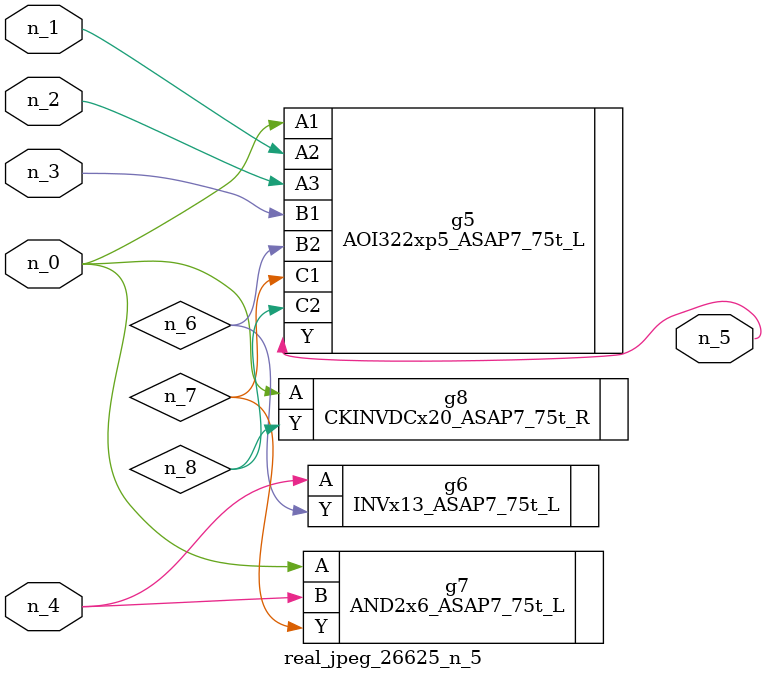
<source format=v>
module real_jpeg_26625_n_5 (n_4, n_0, n_1, n_2, n_3, n_5);

input n_4;
input n_0;
input n_1;
input n_2;
input n_3;

output n_5;

wire n_8;
wire n_6;
wire n_7;

AOI322xp5_ASAP7_75t_L g5 ( 
.A1(n_0),
.A2(n_1),
.A3(n_2),
.B1(n_3),
.B2(n_6),
.C1(n_7),
.C2(n_8),
.Y(n_5)
);

AND2x6_ASAP7_75t_L g7 ( 
.A(n_0),
.B(n_4),
.Y(n_7)
);

CKINVDCx20_ASAP7_75t_R g8 ( 
.A(n_0),
.Y(n_8)
);

INVx13_ASAP7_75t_L g6 ( 
.A(n_4),
.Y(n_6)
);


endmodule
</source>
